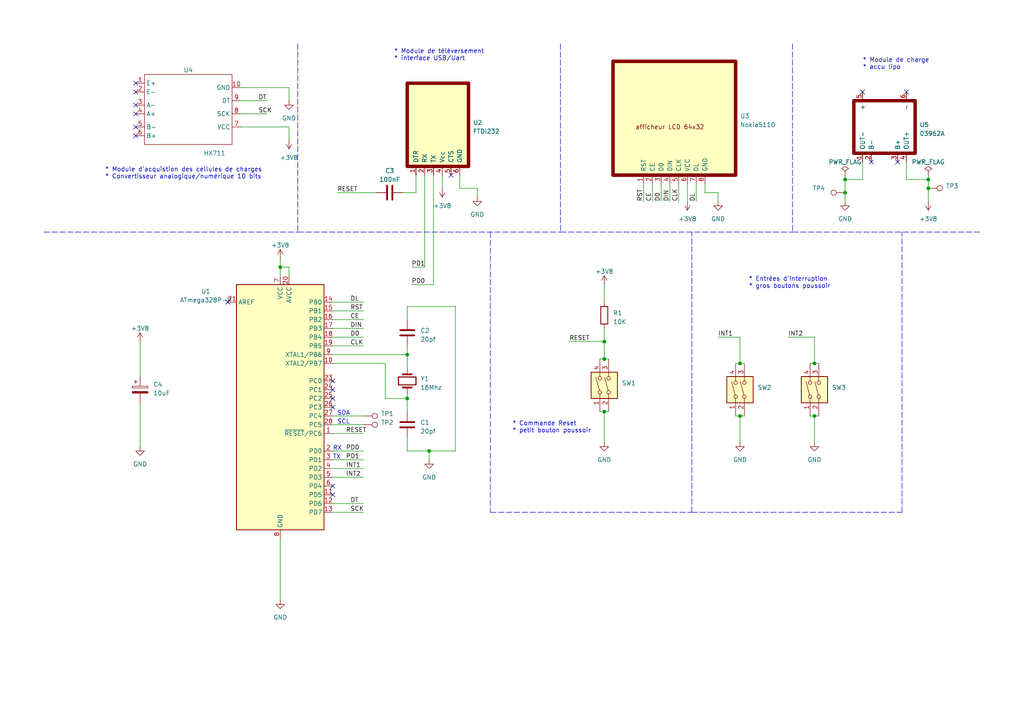
<source format=kicad_sch>
(kicad_sch (version 20230121) (generator eeschema)
  (paper "A4")
  (title_block (title "Balance pour ruche ") (date "12/03/2023") (rev "Version 1.0") (company "PISAK Sébastien"))
  (lib_symbols
    (symbol "C_1" (pin_numbers hide) (pin_names (offset 0.254))
      (property "Reference" "C" (at 0.635 2.54 0))
      (property "Value" "C" (at 0.635 -2.54 0))
      (symbol "C_1_0_1"
        (polyline (pts (xy -2.032 -0.762) (xy 2.032 -0.762)) (stroke (width 0.508)))
        (polyline (pts (xy -2.032 0.762) (xy 2.032 0.762)) (stroke (width 0.508)))
      )
      (symbol "C_1_1_1"
        (pin passive line (at 0 3.81 270) (length 2.794) (name "~") (number "1"))
        (pin passive line (at 0 -3.81 90) (length 2.794) (name "~") (number "2"))
      )
    )
    (symbol "Connector:TestPoint" (pin_numbers hide) (pin_names (offset 0.762) hide)
      (property "Reference" "TP" (at 0 6.858 0))
      (property "Value" "TestPoint" (at 0 5.08 0))
      (symbol "TestPoint_0_1"
        (circle (center 0 3.302) (radius 0.762))
      )
      (symbol "TestPoint_1_1"
        (pin passive line (at 0 0 90) (length 2.54) (name "1") (number "1"))
      )
    )
    (symbol "Device:C" (pin_numbers hide) (pin_names (offset 0.254))
      (property "Reference" "C" (at 0.635 2.54 0))
      (property "Value" "C" (at 0.635 -2.54 0))
      (symbol "C_0_1"
        (polyline (pts (xy -2.032 -0.762) (xy 2.032 -0.762)) (stroke (width 0.508)))
        (polyline (pts (xy -2.032 0.762) (xy 2.032 0.762)) (stroke (width 0.508)))
      )
      (symbol "C_1_1"
        (pin passive line (at 0 3.81 270) (length 2.794) (name "~") (number "1"))
        (pin passive line (at 0 -3.81 90) (length 2.794) (name "~") (number "2"))
      )
    )
    (symbol "Device:C_Polarized" (pin_numbers hide) (pin_names (offset 0.254))
      (property "Reference" "C" (at 0.635 2.54 0))
      (property "Value" "C_Polarized" (at 0.635 -2.54 0))
      (symbol "C_Polarized_0_1"
        (rectangle (start -2.286 0.508) (end 2.286 1.016))
        (polyline (pts (xy -1.778 2.286) (xy -0.762 2.286)))
        (polyline (pts (xy -1.27 2.794) (xy -1.27 1.778)))
        (rectangle (start 2.286 -0.508) (end -2.286 -1.016) (fill (type outline)))
      )
      (symbol "C_Polarized_1_1"
        (pin passive line (at 0 3.81 270) (length 2.794) (name "~") (number "1"))
        (pin passive line (at 0 -3.81 90) (length 2.794) (name "~") (number "2"))
      )
    )
    (symbol "Device:Crystal" (pin_numbers hide) (pin_names (offset 1.016) hide)
      (property "Reference" "Y" (at 0 3.81 0))
      (property "Value" "Crystal" (at 0 -3.81 0))
      (symbol "Crystal_0_1"
        (rectangle (start -1.143 2.54) (end 1.143 -2.54) (stroke (width 0.3048)))
        (polyline (pts (xy -2.54 0) (xy -1.905 0)))
        (polyline (pts (xy -1.905 -1.27) (xy -1.905 1.27)) (stroke (width 0.508)))
        (polyline (pts (xy 1.905 -1.27) (xy 1.905 1.27)) (stroke (width 0.508)))
        (polyline (pts (xy 2.54 0) (xy 1.905 0)))
      )
      (symbol "Crystal_1_1"
        (pin passive line (at -3.81 0 0) (length 1.27) (name "1") (number "1"))
        (pin passive line (at 3.81 0 180) (length 1.27) (name "2") (number "2"))
      )
    )
    (symbol "Device:R" (pin_numbers hide) (pin_names (offset 0))
      (property "Reference" "R" (at 2.032 0 90))
      (property "Value" "R" (at 0 0 90))
      (symbol "R_0_1"
        (rectangle (start -1.016 -2.54) (end 1.016 2.54) (stroke (width 0.254)))
      )
      (symbol "R_1_1"
        (pin passive line (at 0 3.81 270) (length 1.27) (name "~") (number "1"))
        (pin passive line (at 0 -3.81 90) (length 1.27) (name "~") (number "2"))
      )
    )
    (symbol "Librairie_perso:03962A" (pin_names (offset 1.016))
      (property "Reference" "U" (at 10.16 12.7 0))
      (property "Value" "03962A" (at 10.16 10.16 0))
      (symbol "03962A_0_1"
        (rectangle (start 19.05 15.24) (end 1.27 0) (stroke (width 0.9906)))
      )
      (symbol "03962A_1_1"
        (pin passive line (at 3.81 -2.54 90) (length 2.54) (name "OUT-") (number "1"))
        (pin passive line (at 6.35 -2.54 90) (length 2.54) (name "B-") (number "2"))
        (pin passive line (at 13.97 -2.54 90) (length 2.54) (name "B+") (number "3"))
        (pin passive line (at 16.51 -2.54 90) (length 2.54) (name "OUT+") (number "4"))
        (pin passive line (at 3.81 17.78 270) (length 2.54) (name "+") (number "5"))
        (pin passive line (at 16.51 17.78 270) (length 2.54) (name "-") (number "6"))
      )
    )
    (symbol "Librairie_perso:FTDI232" (pin_names (offset 1.016))
      (property "Reference" "U" (at 10.16 21.59 0))
      (property "Value" "FTDI232" (at 11.43 19.05 0))
      (symbol "FTDI232_0_1"
        (rectangle (start 3.81 0) (end 21.59 24.13) (stroke (width 0.9906)) (fill (type background)))
      )
      (symbol "FTDI232_1_1"
        (pin passive line (at 6.35 -2.54 90) (length 2.54) (name "DTR") (number "1"))
        (pin passive line (at 8.89 -2.54 90) (length 2.54) (name "RX") (number "2"))
        (pin passive line (at 11.43 -2.54 90) (length 2.54) (name "TX") (number "3"))
        (pin power_in line (at 13.97 -2.54 90) (length 2.54) (name "Vcc") (number "4"))
        (pin passive line (at 16.51 -2.54 90) (length 2.54) (name "CTS") (number "5"))
        (pin passive line (at 19.05 -2.54 90) (length 2.54) (name "GND") (number "6"))
      )
    )
    (symbol "Librairie_perso:HX711"
      (property "Reference" "U?" (at 12.7 21.59 0))
      (property "Value" "HX711" (at 19.05 -1.27 0))
      (symbol "HX711_0_1"
        (rectangle (start 0 20.32) (end 25.4 0))
      )
      (symbol "HX711_1_1"
        (pin input line (at -2.54 17.78 0) (length 2.54) (name "E+") (number "1"))
        (pin power_in line (at 27.94 16.51 180) (length 2.54) (name "GND") (number "10"))
        (pin input line (at -2.54 15.24 0) (length 2.54) (name "E-") (number "2"))
        (pin input line (at -2.54 11.43 0) (length 2.54) (name "A-") (number "3"))
        (pin input line (at -2.54 8.89 0) (length 2.54) (name "A+") (number "4"))
        (pin input line (at -2.54 5.08 0) (length 2.54) (name "B-") (number "5"))
        (pin input line (at -2.54 2.54 0) (length 2.54) (name "B+") (number "6"))
        (pin power_in line (at 27.94 5.08 180) (length 2.54) (name "VCC") (number "7"))
        (pin input line (at 27.94 8.89 180) (length 2.54) (name "SCK") (number "8"))
        (pin bidirectional line (at 27.94 12.7 180) (length 2.54) (name "DT") (number "9"))
      )
    )
    (symbol "Librairie_perso:Nokia5110" (pin_names (offset 1.016))
      (property "Reference" "U?" (at -8.89 10.16 0))
      (property "Value" "Nokia5110" (at 0 5.08 0))
      (symbol "Nokia5110_0_0"
        (text "afficheur LCD 64x32" (at -1.27 -11.43 0) (effects (font (size 1.27 1.27))))
      )
      (symbol "Nokia5110_0_1"
        (rectangle (start 17.78 7.62) (end -17.78 -25.4) (stroke (width 1.016)) (fill (type background)))
      )
      (symbol "Nokia5110_1_1"
        (pin input line (at -8.89 -27.94 90) (length 2.54) (name "RST") (number "1"))
        (pin input line (at -6.35 -27.94 90) (length 2.54) (name "CE") (number "2"))
        (pin input line (at -3.81 -27.94 90) (length 2.54) (name "D0") (number "3"))
        (pin input line (at -1.27 -27.94 90) (length 2.54) (name "DIN") (number "4"))
        (pin passive line (at 1.27 -27.94 90) (length 2.54) (name "CLK") (number "5"))
        (pin power_in line (at 3.81 -27.94 90) (length 2.54) (name "VCC") (number "6"))
        (pin passive line (at 6.35 -27.94 90) (length 2.54) (name "DL") (number "7"))
        (pin passive line (at 8.89 -27.94 90) (length 2.54) (name "GND") (number "8"))
      )
    )
    (symbol "MCU_Microchip_ATmega:ATmega328P-P"
      (property "Reference" "U" (at -12.7 36.83 0))
      (property "Value" "ATmega328P-P" (at 2.54 -36.83 0))
      (symbol "ATmega328P-P_0_1"
        (rectangle (start -12.7 -35.56) (end 12.7 35.56) (stroke (width 0.254)) (fill (type background)))
      )
      (symbol "ATmega328P-P_1_1"
        (pin bidirectional line (at 15.24 -7.62 180) (length 2.54) (name "~{RESET}/PC6") (number "1"))
        (pin bidirectional line (at 15.24 12.7 180) (length 2.54) (name "XTAL2/PB7") (number "10"))
        (pin bidirectional line (at 15.24 -25.4 180) (length 2.54) (name "PD5") (number "11"))
        (pin bidirectional line (at 15.24 -27.94 180) (length 2.54) (name "PD6") (number "12"))
        (pin bidirectional line (at 15.24 -30.48 180) (length 2.54) (name "PD7") (number "13"))
        (pin bidirectional line (at 15.24 30.48 180) (length 2.54) (name "PB0") (number "14"))
        (pin bidirectional line (at 15.24 27.94 180) (length 2.54) (name "PB1") (number "15"))
        (pin bidirectional line (at 15.24 25.4 180) (length 2.54) (name "PB2") (number "16"))
        (pin bidirectional line (at 15.24 22.86 180) (length 2.54) (name "PB3") (number "17"))
        (pin bidirectional line (at 15.24 20.32 180) (length 2.54) (name "PB4") (number "18"))
        (pin bidirectional line (at 15.24 17.78 180) (length 2.54) (name "PB5") (number "19"))
        (pin bidirectional line (at 15.24 -12.7 180) (length 2.54) (name "PD0") (number "2"))
        (pin power_in line (at 2.54 38.1 270) (length 2.54) (name "AVCC") (number "20"))
        (pin passive line (at -15.24 30.48 0) (length 2.54) (name "AREF") (number "21"))
        (pin passive line (at 0 -38.1 90) (length 2.54) hide (name "GND") (number "22"))
        (pin bidirectional line (at 15.24 7.62 180) (length 2.54) (name "PC0") (number "23"))
        (pin bidirectional line (at 15.24 5.08 180) (length 2.54) (name "PC1") (number "24"))
        (pin bidirectional line (at 15.24 2.54 180) (length 2.54) (name "PC2") (number "25"))
        (pin bidirectional line (at 15.24 0 180) (length 2.54) (name "PC3") (number "26"))
        (pin bidirectional line (at 15.24 -2.54 180) (length 2.54) (name "PC4") (number "27"))
        (pin bidirectional line (at 15.24 -5.08 180) (length 2.54) (name "PC5") (number "28"))
        (pin bidirectional line (at 15.24 -15.24 180) (length 2.54) (name "PD1") (number "3"))
        (pin bidirectional line (at 15.24 -17.78 180) (length 2.54) (name "PD2") (number "4"))
        (pin bidirectional line (at 15.24 -20.32 180) (length 2.54) (name "PD3") (number "5"))
        (pin bidirectional line (at 15.24 -22.86 180) (length 2.54) (name "PD4") (number "6"))
        (pin power_in line (at 0 38.1 270) (length 2.54) (name "VCC") (number "7"))
        (pin power_in line (at 0 -38.1 90) (length 2.54) (name "GND") (number "8"))
        (pin bidirectional line (at 15.24 15.24 180) (length 2.54) (name "XTAL1/PB6") (number "9"))
      )
    )
    (symbol "Switch:SW_DIP_x02" (pin_names (offset 0) hide)
      (property "Reference" "SW" (at 0 6.35 0))
      (property "Value" "SW_DIP_x02" (at 0 -3.81 0))
      (symbol "SW_DIP_x02_0_0"
        (circle (center -2.032 0) (radius 0.508))
        (circle (center -2.032 2.54) (radius 0.508))
        (polyline (pts (xy -1.524 0.127) (xy 2.3622 1.1684)))
        (polyline (pts (xy -1.524 2.667) (xy 2.3622 3.7084)))
        (circle (center 2.032 0) (radius 0.508))
        (circle (center 2.032 2.54) (radius 0.508))
      )
      (symbol "SW_DIP_x02_0_1"
        (rectangle (start -3.81 5.08) (end 3.81 -2.54) (stroke (width 0.254)) (fill (type background)))
      )
      (symbol "SW_DIP_x02_1_1"
        (pin passive line (at -7.62 2.54 0) (length 5.08) (name "~") (number "1"))
        (pin passive line (at -7.62 0 0) (length 5.08) (name "~") (number "2"))
        (pin passive line (at 7.62 0 180) (length 5.08) (name "~") (number "3"))
        (pin passive line (at 7.62 2.54 180) (length 5.08) (name "~") (number "4"))
      )
    )
    (symbol "power:+3V8" (power) (pin_names (offset 0))
      (property "Value" "+3V8" (at 0 3.556 0))
      (symbol "+3V8_0_1"
        (polyline (pts (xy -0.762 1.27) (xy 0 2.54)))
        (polyline (pts (xy 0 0) (xy 0 2.54)))
        (polyline (pts (xy 0 2.54) (xy 0.762 1.27)))
      )
      (symbol "+3V8_1_1"
        (pin power_in line (at 0 0 90) (length 0) hide (name "+3V8") (number "1"))
      )
    )
    (symbol "power:GND" (power) (pin_names (offset 0))
      (property "Value" "GND" (at 0 -3.81 0))
      (symbol "GND_0_1"
        (polyline (pts (xy 0 0) (xy 0 -1.27) (xy 1.27 -1.27) (xy 0 -2.54) (xy -1.27 -1.27) (xy 0 -1.27)))
      )
      (symbol "GND_1_1"
        (pin power_in line (at 0 0 270) (length 0) hide (name "GND") (number "1"))
      )
    )
    (symbol "power:PWR_FLAG" (power) (pin_numbers hide) (pin_names (offset 0) hide)
      (property "Value" "PWR_FLAG" (at 0 3.81 0))
      (symbol "PWR_FLAG_0_0"
        (pin power_out line (at 0 0 90) (length 0) (name "pwr") (number "1"))
      )
      (symbol "PWR_FLAG_0_1"
        (polyline (pts (xy 0 0) (xy 0 1.27) (xy -1.016 1.905) (xy 0 2.54) (xy 1.016 1.905) (xy 0 1.27)))
      )
    )
  )
  (junction (at 236.22 105.41))
  (junction (at 214.63 120.65))
  (junction (at 214.63 105.41))
  (junction (at 269.24 52.07))
  (junction (at 245.11 52.07))
  (junction (at 269.24 54.61))
  (junction (at 175.26 119.38))
  (junction (at 81.28 77.47))
  (junction (at 175.26 99.06))
  (junction (at 236.22 120.65))
  (junction (at 245.11 55.88))
  (junction (at 124.46 130.81))
  (junction (at 118.11 102.87))
  (junction (at 118.11 115.57))
  (junction (at 175.26 104.14))
  (no_connect (at 96.52 143.51))
  (no_connect (at 39.37 26.67))
  (no_connect (at 96.52 113.03))
  (no_connect (at 96.52 110.49))
  (no_connect (at 130.81 50.8))
  (no_connect (at 39.37 39.37))
  (no_connect (at 39.37 24.13))
  (no_connect (at 96.52 140.97))
  (no_connect (at 96.52 115.57))
  (no_connect (at 39.37 30.48))
  (no_connect (at 250.19 26.67))
  (no_connect (at 39.37 36.83))
  (no_connect (at 252.73 46.99))
  (no_connect (at 262.89 26.67))
  (no_connect (at 96.52 118.11))
  (no_connect (at 260.35 46.99))
  (no_connect (at 39.37 33.02))
  (no_connect (at 66.04 87.63))
  (wire (pts (xy 83.82 25.4) (xy 69.85 25.4)))
  (wire (pts (xy 96.52 133.35) (xy 105.41 133.35)))
  (wire (pts (xy 213.36 105.41) (xy 214.63 105.41)))
  (polyline (pts (xy 229.87 12.7) (xy 229.87 67.31)) (stroke (width 0) (type dash)))
  (wire (pts (xy 245.11 52.07) (xy 245.11 55.88)))
  (wire (pts (xy 81.28 74.93) (xy 81.28 77.47)))
  (wire (pts (xy 96.52 125.73) (xy 105.41 125.73)))
  (wire (pts (xy 83.82 80.01) (xy 83.82 77.47)))
  (wire (pts (xy 83.82 77.47) (xy 81.28 77.47)))
  (wire (pts (xy 214.63 120.65) (xy 215.9 120.65)))
  (wire (pts (xy 125.73 50.8) (xy 125.73 82.55)))
  (polyline (pts (xy 142.24 148.59) (xy 200.66 148.59)) (stroke (width 0) (type dash)))
  (wire (pts (xy 189.23 53.34) (xy 189.23 58.42)))
  (wire (pts (xy 118.11 115.57) (xy 118.11 119.38)))
  (wire (pts (xy 269.24 54.61) (xy 269.24 58.42)))
  (wire (pts (xy 133.35 50.8) (xy 133.35 54.61)))
  (polyline (pts (xy 162.56 67.31) (xy 229.87 67.31)) (stroke (width 0) (type dash)))
  (wire (pts (xy 96.52 120.65) (xy 105.41 120.65)))
  (polyline (pts (xy 12.7 67.31) (xy 86.36 67.31)) (stroke (width 0) (type dash)))
  (wire (pts (xy 213.36 120.65) (xy 214.63 120.65)))
  (wire (pts (xy 250.19 52.07) (xy 245.11 52.07)))
  (wire (pts (xy 165.1 99.06) (xy 175.26 99.06)))
  (wire (pts (xy 214.63 120.65) (xy 214.63 128.27)))
  (wire (pts (xy 236.22 105.41) (xy 237.49 105.41)))
  (wire (pts (xy 96.52 95.25) (xy 105.41 95.25)))
  (wire (pts (xy 40.64 116.84) (xy 40.64 129.54)))
  (wire (pts (xy 40.64 99.06) (xy 40.64 109.22)))
  (wire (pts (xy 83.82 40.64) (xy 83.82 36.83)))
  (wire (pts (xy 214.63 105.41) (xy 215.9 105.41)))
  (wire (pts (xy 120.65 55.88) (xy 116.84 55.88)))
  (wire (pts (xy 236.22 120.65) (xy 236.22 128.27)))
  (wire (pts (xy 175.26 119.38) (xy 176.53 119.38)))
  (wire (pts (xy 262.89 46.99) (xy 262.89 52.07)))
  (wire (pts (xy 96.52 105.41) (xy 111.76 105.41)))
  (polyline (pts (xy 86.36 12.7) (xy 86.36 67.31)) (stroke (width 0) (type dash)))
  (wire (pts (xy 96.52 123.19) (xy 105.41 123.19)))
  (wire (pts (xy 69.85 33.02) (xy 77.47 33.02)))
  (wire (pts (xy 208.28 55.88) (xy 208.28 58.42)))
  (wire (pts (xy 236.22 97.79) (xy 236.22 105.41)))
  (wire (pts (xy 175.26 82.55) (xy 175.26 87.63)))
  (wire (pts (xy 111.76 115.57) (xy 118.11 115.57)))
  (wire (pts (xy 123.19 50.8) (xy 123.19 77.47)))
  (polyline (pts (xy 162.56 12.7) (xy 162.56 67.31)) (stroke (width 0) (type dash)))
  (wire (pts (xy 236.22 120.65) (xy 237.49 120.65)))
  (wire (pts (xy 96.52 90.17) (xy 105.41 90.17)))
  (wire (pts (xy 96.52 100.33) (xy 105.41 100.33)))
  (wire (pts (xy 173.99 104.14) (xy 175.26 104.14)))
  (wire (pts (xy 81.28 77.47) (xy 81.28 80.01)))
  (polyline (pts (xy 229.87 67.31) (xy 284.48 67.31)) (stroke (width 0) (type dash)))
  (wire (pts (xy 228.6 97.79) (xy 236.22 97.79)))
  (wire (pts (xy 194.31 53.34) (xy 194.31 58.42)))
  (wire (pts (xy 208.28 97.79) (xy 214.63 97.79)))
  (wire (pts (xy 96.52 135.89) (xy 105.41 135.89)))
  (wire (pts (xy 128.27 50.8) (xy 128.27 54.61)))
  (wire (pts (xy 96.52 87.63) (xy 105.41 87.63)))
  (wire (pts (xy 69.85 29.21) (xy 77.47 29.21)))
  (wire (pts (xy 119.38 82.55) (xy 125.73 82.55)))
  (wire (pts (xy 245.11 55.88) (xy 245.11 58.42)))
  (polyline (pts (xy 200.66 148.59) (xy 261.62 148.59)) (stroke (width 0) (type dash)))
  (wire (pts (xy 96.52 97.79) (xy 105.41 97.79)))
  (wire (pts (xy 83.82 29.21) (xy 83.82 25.4)))
  (wire (pts (xy 119.38 77.47) (xy 123.19 77.47)))
  (wire (pts (xy 96.52 130.81) (xy 105.41 130.81)))
  (wire (pts (xy 191.77 53.34) (xy 191.77 58.42)))
  (polyline (pts (xy 142.24 67.31) (xy 142.24 148.59)) (stroke (width 0) (type dash)))
  (wire (pts (xy 133.35 54.61) (xy 138.43 54.61)))
  (wire (pts (xy 173.99 119.38) (xy 175.26 119.38)))
  (wire (pts (xy 234.95 105.41) (xy 236.22 105.41)))
  (wire (pts (xy 118.11 88.9) (xy 132.08 88.9)))
  (wire (pts (xy 204.47 55.88) (xy 208.28 55.88)))
  (wire (pts (xy 138.43 54.61) (xy 138.43 57.15)))
  (wire (pts (xy 204.47 53.34) (xy 204.47 55.88)))
  (wire (pts (xy 201.93 53.34) (xy 201.93 58.42)))
  (wire (pts (xy 245.11 50.8) (xy 245.11 52.07)))
  (wire (pts (xy 175.26 119.38) (xy 175.26 128.27)))
  (wire (pts (xy 214.63 97.79) (xy 214.63 105.41)))
  (wire (pts (xy 96.52 148.59) (xy 105.41 148.59)))
  (wire (pts (xy 132.08 88.9) (xy 132.08 130.81)))
  (wire (pts (xy 234.95 120.65) (xy 236.22 120.65)))
  (wire (pts (xy 96.52 146.05) (xy 105.41 146.05)))
  (wire (pts (xy 199.39 53.34) (xy 199.39 58.42)))
  (wire (pts (xy 96.52 102.87) (xy 118.11 102.87)))
  (wire (pts (xy 124.46 130.81) (xy 124.46 133.35)))
  (wire (pts (xy 118.11 114.3) (xy 118.11 115.57)))
  (wire (pts (xy 96.52 138.43) (xy 105.41 138.43)))
  (polyline (pts (xy 200.66 148.59) (xy 200.66 67.31)) (stroke (width 0) (type dash)))
  (wire (pts (xy 118.11 102.87) (xy 118.11 106.68)))
  (wire (pts (xy 175.26 99.06) (xy 175.26 104.14)))
  (wire (pts (xy 96.52 92.71) (xy 105.41 92.71)))
  (wire (pts (xy 186.69 53.34) (xy 186.69 58.42)))
  (wire (pts (xy 118.11 100.33) (xy 118.11 102.87)))
  (wire (pts (xy 175.26 95.25) (xy 175.26 99.06)))
  (wire (pts (xy 196.85 53.34) (xy 196.85 58.42)))
  (wire (pts (xy 124.46 130.81) (xy 118.11 130.81)))
  (wire (pts (xy 250.19 46.99) (xy 250.19 52.07)))
  (polyline (pts (xy 261.62 148.59) (xy 261.62 67.31)) (stroke (width 0) (type dash)))
  (wire (pts (xy 269.24 50.8) (xy 269.24 52.07)))
  (wire (pts (xy 262.89 52.07) (xy 269.24 52.07)))
  (wire (pts (xy 120.65 50.8) (xy 120.65 55.88)))
  (wire (pts (xy 83.82 36.83) (xy 69.85 36.83)))
  (wire (pts (xy 132.08 130.81) (xy 124.46 130.81)))
  (wire (pts (xy 111.76 105.41) (xy 111.76 115.57)))
  (wire (pts (xy 97.79 55.88) (xy 109.22 55.88)))
  (wire (pts (xy 269.24 52.07) (xy 269.24 54.61)))
  (wire (pts (xy 118.11 130.81) (xy 118.11 127)))
  (wire (pts (xy 175.26 104.14) (xy 176.53 104.14)))
  (wire (pts (xy 81.28 156.21) (xy 81.28 173.99)))
  (wire (pts (xy 118.11 92.71) (xy 118.11 88.9)))
  (polyline (pts (xy 86.36 67.31) (xy 162.56 67.31)) (stroke (width 0) (type dash)))
  (text "* Commande Reset\n* petit bouton poussoir" (at 148.59 125.73 0) (effects (font (size 1.27 1.27)) (justify left bottom)))
  (text "* Module de charge\n* accu lipo" (at 250.19 20.32 0) (effects (font (size 1.27 1.27)) (justify left bottom)))
  (text "SDA" (at 97.79 120.65 0) (effects (font (size 1.27 1.27)) (justify left bottom)))
  (text "TX" (at 96.52 133.35 0) (effects (font (size 1.27 1.27)) (justify left bottom)))
  (text "SCL" (at 97.79 123.19 0) (effects (font (size 1.27 1.27)) (justify left bottom)))
  (text "RX" (at 96.52 130.81 0) (effects (font (size 1.27 1.27)) (justify left bottom)))
  (text "* Entrées d'interruption\n* gros boutons poussoir" (at 217.17 83.82 0) (effects (font (size 1.27 1.27)) (justify left bottom)))
  (text "* Module de téléversement\n* interface USB/Uart" (at 114.3 17.78 0) (effects (font (size 1.27 1.27)) (justify left bottom)))
  (text "* Module d'acquistion des cellules de charges\n* Convertisseur analogique/numérique 10 bits" (at 30.48 52.07 0) (effects (font (size 1.27 1.27)) (justify left bottom)))
  (label "INT1" (at 208.28 97.79 0))
  (label "INT2" (at 228.6 97.79 0))
  (label "PD1" (at 100.33 133.35 0))
  (label "RESET" (at 97.79 55.88 0))
  (label "SCK" (at 74.93 33.02 0))
  (label "DL" (at 101.6 87.63 0))
  (label "CLK" (at 101.6 100.33 0))
  (label "RST" (at 186.69 58.42 90))
  (label "PD0" (at 119.38 82.55 0))
  (label "PD1" (at 119.38 77.47 0))
  (label "DIN" (at 101.6 95.25 0))
  (label "D0" (at 191.77 58.42 90))
  (label "D0" (at 101.6 97.79 0))
  (label "DIN" (at 194.31 58.42 90))
  (label "CE" (at 101.6 92.71 0))
  (label "DT" (at 74.93 29.21 0))
  (label "DL" (at 201.93 58.42 90))
  (label "INT1" (at 100.33 135.89 0))
  (label "CLK" (at 196.85 58.42 90))
  (label "SCK" (at 101.6 148.59 0))
  (label "RST" (at 101.6 90.17 0))
  (label "INT2" (at 100.33 138.43 0))
  (label "RESET" (at 165.1 99.06 0))
  (label "RESET" (at 100.33 125.73 0))
  (label "PD0" (at 100.33 130.81 0))
  (label "CE" (at 189.23 58.42 90))
  (label "DT" (at 101.6 146.05 0))
  (symbol (lib_id "power:PWR_FLAG") (at 245.11 50.8 0) (unit 1)
    (property "Reference" "#FLG01" (effects hide))
    (property "Value" "PWR_FLAG" (at 245.11 46.99 0))
  )
  (symbol (lib_id "power:+3V8") (at 175.26 82.55 0) (unit 1)
    (property "Reference" "#PWR012" (effects hide))
    (property "Value" "+3V8" (at 175.26 78.74 0))
  )
  (symbol (lib_id "MCU_Microchip_ATmega:ATmega328P-P") (at 81.28 118.11 0) (unit 1)
    (property "Reference" "U1" (at 59.69 84.5059 0))
    (property "Value" "ATmega328P-P" (at 59.69 87.0459 0))
    (property "Footprint" "librairie_BTS_CIEL:DIP_28_Atmel328P" (effects hide))
    (property "Datasheet" "http://ww1.microchip.com/downloads/en/DeviceDoc/ATmega328_P%20AVR%20MCU%20with%20picoPower%20Technology%20Data%20Sheet%2040001984A.pdf" (effects hide))
  )
  (symbol (lib_id "Device:C") (at 113.03 55.88 90) (unit 1)
    (property "Reference" "C3" (at 113.03 49.53 90))
    (property "Value" "100nF" (at 113.03 52.07 90))
    (property "Footprint" "Capacitor_THT:C_Rect_L7.2mm_W2.5mm_P5.00mm_FKS2_FKP2_MKS2_MKP2" (effects hide))
  )
  (symbol (lib_id "Device:R") (at 175.26 91.44 0) (unit 1)
    (property "Reference" "R1" (at 177.8 90.805 0) (effects (justify left)))
    (property "Value" "10K" (at 177.8 93.345 0) (effects (justify left)))
    (property "Footprint" "Resistor_THT:R_Axial_DIN0309_L9.0mm_D3.2mm_P12.70mm_Horizontal" (effects hide))
  )
  (symbol (lib_id "Connector:TestPoint") (at 105.41 123.19 270) (unit 1)
    (property "Reference" "TP2" (at 110.49 122.555 90) (effects (justify left)))
    (property "Value" "TestPoint" (effects hide))
    (property "Footprint" "TestPoint:TestPoint_THTPad_2.0x2.0mm_Drill1.0mm" (effects hide))
  )
  (symbol (lib_id "Switch:SW_DIP_x02") (at 215.9 113.03 90) (unit 1)
    (property "Reference" "SW2" (at 219.71 112.395 90) (effects (justify right)))
    (property "Value" "SW_DIP_x02" (effects hide))
    (property "Footprint" "librairie_BTS_CIEL:bouton_poussoir" (effects hide))
  )
  (symbol (lib_name "C_1") (lib_id "Device:C") (at 118.11 96.52 0) (unit 1)
    (property "Reference" "C2" (at 121.92 95.885 0) (effects (justify left)))
    (property "Value" "20pf" (at 121.92 98.425 0) (effects (justify left)))
    (property "Footprint" "Capacitor_THT:C_Disc_D8.0mm_W5.0mm_P7.50mm" (effects hide))
  )
  (symbol (lib_id "Connector:TestPoint") (at 105.41 120.65 270) (unit 1)
    (property "Reference" "TP1" (at 110.49 120.015 90) (effects (justify left)))
    (property "Value" "TestPoint" (effects hide))
    (property "Footprint" "TestPoint:TestPoint_THTPad_2.0x2.0mm_Drill1.0mm" (effects hide))
  )
  (symbol (lib_id "power:GND") (at 124.46 133.35 0) (unit 1)
    (property "Reference" "#PWR011" (effects hide))
    (property "Value" "GND" (at 124.46 138.43 0))
  )
  (symbol (lib_id "power:GND") (at 81.28 173.99 0) (unit 1)
    (property "Reference" "#PWR06" (effects hide))
    (property "Value" "GND" (at 81.28 179.07 0))
  )
  (symbol (lib_id "power:GND") (at 214.63 128.27 0) (unit 1)
    (property "Reference" "#PWR016" (effects hide))
    (property "Value" "GND" (at 214.63 133.35 0))
  )
  (symbol (lib_id "Device:Crystal") (at 118.11 110.49 90) (unit 1)
    (property "Reference" "Y1" (at 121.92 109.855 90) (effects (justify right)))
    (property "Value" "16Mhz" (at 121.92 112.395 90) (effects (justify right)))
    (property "Footprint" "Crystal:Crystal_HC49-4H_Vertical" (effects hide))
  )
  (symbol (lib_id "Switch:SW_DIP_x02") (at 176.53 111.76 90) (unit 1)
    (property "Reference" "SW1" (at 180.34 111.125 90) (effects (justify right)))
    (property "Value" "SW_DIP_x02" (effects hide))
    (property "Footprint" "librairie_BTS_CIEL:micro_switch" (effects hide))
  )
  (symbol (lib_id "power:GND") (at 245.11 58.42 0) (unit 1)
    (property "Reference" "#PWR04" (effects hide))
    (property "Value" "GND" (at 245.11 63.5 0))
  )
  (symbol (lib_id "Librairie_perso:Nokia5110") (at 195.58 25.4 0) (unit 1)
    (property "Reference" "U3" (at 214.63 33.655 0) (effects (justify left)))
    (property "Value" "Nokia5110" (at 214.63 36.195 0) (effects (justify left)))
    (property "Footprint" "librairie_BTS_CIEL:Nokia5510" (effects hide))
  )
  (symbol (lib_id "power:GND") (at 138.43 57.15 0) (unit 1)
    (property "Reference" "#PWR05" (effects hide))
    (property "Value" "GND" (at 138.43 62.23 0))
  )
  (symbol (lib_id "power:GND") (at 208.28 58.42 0) (unit 1)
    (property "Reference" "#PWR03" (effects hide))
    (property "Value" "GND" (at 208.28 63.5 0))
  )
  (symbol (lib_id "power:+3V8") (at 269.24 58.42 180) (unit 1)
    (property "Reference" "#PWR07" (effects hide))
    (property "Value" "+3V8" (at 269.24 63.5 0))
  )
  (symbol (lib_id "Connector:TestPoint") (at 269.24 54.61 270) (unit 1)
    (property "Reference" "TP3" (at 274.32 53.975 90) (effects (justify left)))
    (property "Value" "TestPoint" (effects hide))
    (property "Footprint" "TestPoint:TestPoint_THTPad_2.0x2.0mm_Drill1.0mm" (effects hide))
  )
  (symbol (lib_id "Librairie_perso:03962A") (at 246.38 44.45 0) (unit 1)
    (property "Reference" "U5" (at 266.7 36.195 0) (effects (justify left)))
    (property "Value" "03962A" (at 266.7 38.735 0) (effects (justify left)))
    (property "Footprint" "librairie_BTS_CIEL:Charger_accu" (effects hide))
  )
  (symbol (lib_id "power:+3V8") (at 40.64 99.06 0) (unit 1)
    (property "Reference" "#PWR014" (effects hide))
    (property "Value" "+3V8" (at 40.64 95.25 0))
  )
  (symbol (lib_id "power:GND") (at 175.26 128.27 0) (unit 1)
    (property "Reference" "#PWR013" (effects hide))
    (property "Value" "GND" (at 175.26 133.35 0))
  )
  (symbol (lib_id "power:+3V8") (at 83.82 40.64 180) (unit 1)
    (property "Reference" "#PWR02" (effects hide))
    (property "Value" "+3V8" (at 83.82 45.72 0))
  )
  (symbol (lib_id "power:GND") (at 83.82 29.21 0) (unit 1)
    (property "Reference" "#PWR01" (effects hide))
    (property "Value" "GND" (at 83.82 34.29 0))
  )
  (symbol (lib_id "power:+3V8") (at 81.28 74.93 0) (unit 1)
    (property "Reference" "#PWR010" (effects hide))
    (property "Value" "+3V8" (at 81.28 71.12 0))
  )
  (symbol (lib_id "power:PWR_FLAG") (at 269.24 50.8 0) (unit 1)
    (property "Reference" "#FLG02" (effects hide))
    (property "Value" "PWR_FLAG" (at 269.24 46.99 0))
  )
  (symbol (lib_id "Switch:SW_DIP_x02") (at 237.49 113.03 90) (unit 1)
    (property "Reference" "SW3" (at 241.3 112.395 90) (effects (justify right)))
    (property "Value" "SW_DIP_x02" (effects hide))
    (property "Footprint" "librairie_BTS_CIEL:bouton_poussoir" (effects hide))
  )
  (symbol (lib_id "Device:C_Polarized") (at 40.64 113.03 0) (unit 1)
    (property "Reference" "C4" (at 44.45 111.506 0) (effects (justify left)))
    (property "Value" "10uF" (at 44.45 114.046 0) (effects (justify left)))
    (property "Footprint" "Capacitor_THT:CP_Radial_D5.0mm_P2.50mm" (effects hide))
  )
  (symbol (lib_id "power:GND") (at 236.22 128.27 0) (unit 1)
    (property "Reference" "#PWR017" (effects hide))
    (property "Value" "GND" (at 236.22 133.35 0))
  )
  (symbol (lib_id "Librairie_perso:FTDI232") (at 114.3 48.26 0) (unit 1)
    (property "Reference" "U2" (at 137.16 35.56 0) (effects (justify left)))
    (property "Value" "FTDI232" (at 137.16 38.1 0) (effects (justify left)))
    (property "Footprint" "librairie_BTS_CIEL:FTDI232RL" (effects hide))
  )
  (symbol (lib_id "power:+3V8") (at 199.39 58.42 180) (unit 1)
    (property "Reference" "#PWR08" (effects hide))
    (property "Value" "+3V8" (at 199.39 63.5 0))
  )
  (symbol (lib_id "Connector:TestPoint") (at 245.11 55.88 90) (unit 1)
    (property "Reference" "TP4" (at 237.49 54.61 90))
    (property "Value" "TestPoint" (effects hide))
    (property "Footprint" "TestPoint:TestPoint_THTPad_2.0x2.0mm_Drill1.0mm" (effects hide))
  )
  (symbol (lib_id "power:GND") (at 40.64 129.54 0) (unit 1)
    (property "Reference" "#PWR015" (effects hide))
    (property "Value" "GND" (at 40.64 134.62 0))
  )
  (symbol (lib_id "Librairie_perso:HX711") (at 41.91 41.91 0) (unit 1)
    (property "Reference" "U4" (at 54.61 20.32 0))
    (property "Value" "HX711" (at 62.23 44.45 0))
    (property "Footprint" "librairie_BTS_CIEL:HX711" (effects hide))
  )
  (symbol (lib_id "power:+3V8") (at 128.27 54.61 180) (unit 1)
    (property "Reference" "#PWR09" (effects hide))
    (property "Value" "+3V8" (at 128.27 59.69 0))
  )
  (symbol (lib_id "Device:C") (at 118.11 123.19 0) (unit 1)
    (property "Reference" "C1" (at 121.92 122.555 0) (effects (justify left)))
    (property "Value" "20pf" (at 121.92 125.095 0) (effects (justify left)))
    (property "Footprint" "Capacitor_THT:C_Disc_D8.0mm_W5.0mm_P7.50mm" (effects hide))
  )
)
</source>
